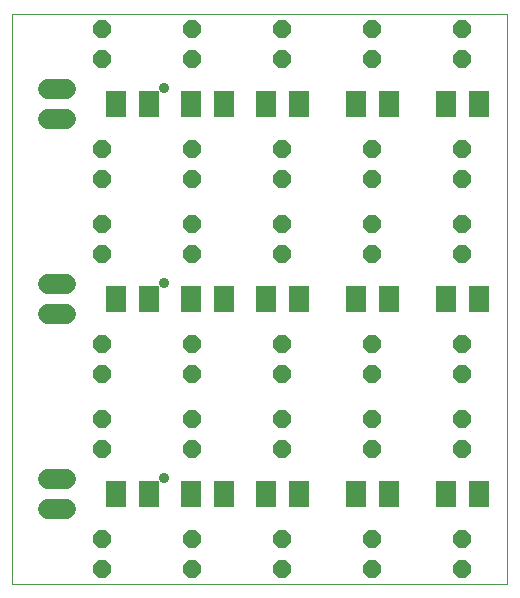
<source format=gbs>
G75*
G70*
%OFA0B0*%
%FSLAX24Y24*%
%IPPOS*%
%LPD*%
%AMOC8*
5,1,8,0,0,1.08239X$1,22.5*
%
%ADD10C,0.0000*%
%ADD11R,0.0710X0.0867*%
%ADD12OC8,0.0600*%
%ADD13C,0.0674*%
%ADD14C,0.0360*%
D10*
X000633Y002209D02*
X017133Y002209D01*
X017133Y021209D01*
X000633Y021209D01*
X000633Y002209D01*
D11*
X004082Y005209D03*
X005185Y005209D03*
X006582Y005209D03*
X007685Y005209D03*
X009082Y005209D03*
X010185Y005209D03*
X012082Y005209D03*
X013185Y005209D03*
X015082Y005209D03*
X016185Y005209D03*
X016185Y011709D03*
X015082Y011709D03*
X013185Y011709D03*
X012082Y011709D03*
X010185Y011709D03*
X009082Y011709D03*
X007685Y011709D03*
X006582Y011709D03*
X005185Y011709D03*
X004082Y011709D03*
X004082Y018209D03*
X005185Y018209D03*
X006582Y018209D03*
X007685Y018209D03*
X009082Y018209D03*
X010185Y018209D03*
X012082Y018209D03*
X013185Y018209D03*
X015082Y018209D03*
X016185Y018209D03*
D12*
X015633Y016709D03*
X015633Y015709D03*
X015633Y014209D03*
X015633Y013209D03*
X015633Y010209D03*
X015633Y009209D03*
X015633Y007709D03*
X015633Y006709D03*
X015633Y003709D03*
X015633Y002709D03*
X012633Y002709D03*
X012633Y003709D03*
X012633Y006709D03*
X012633Y007709D03*
X012633Y009209D03*
X012633Y010209D03*
X012633Y013209D03*
X012633Y014209D03*
X012633Y015709D03*
X012633Y016709D03*
X012633Y019709D03*
X012633Y020709D03*
X015633Y020709D03*
X015633Y019709D03*
X009633Y019709D03*
X009633Y020709D03*
X006633Y020709D03*
X006633Y019709D03*
X006633Y016709D03*
X006633Y015709D03*
X006633Y014209D03*
X006633Y013209D03*
X006633Y010209D03*
X006633Y009209D03*
X006633Y007709D03*
X006633Y006709D03*
X006633Y003709D03*
X006633Y002709D03*
X003633Y002709D03*
X003633Y003709D03*
X003633Y006709D03*
X003633Y007709D03*
X003633Y009209D03*
X003633Y010209D03*
X003633Y013209D03*
X003633Y014209D03*
X003633Y015709D03*
X003633Y016709D03*
X003633Y019709D03*
X003633Y020709D03*
X009633Y016709D03*
X009633Y015709D03*
X009633Y014209D03*
X009633Y013209D03*
X009633Y010209D03*
X009633Y009209D03*
X009633Y007709D03*
X009633Y006709D03*
X009633Y003709D03*
X009633Y002709D03*
D13*
X002430Y004709D02*
X001836Y004709D01*
X001836Y005709D02*
X002430Y005709D01*
X002430Y011209D02*
X001836Y011209D01*
X001836Y012209D02*
X002430Y012209D01*
X002430Y017709D02*
X001836Y017709D01*
X001836Y018709D02*
X002430Y018709D01*
D14*
X005693Y018729D03*
X005693Y012229D03*
X005693Y005729D03*
M02*

</source>
